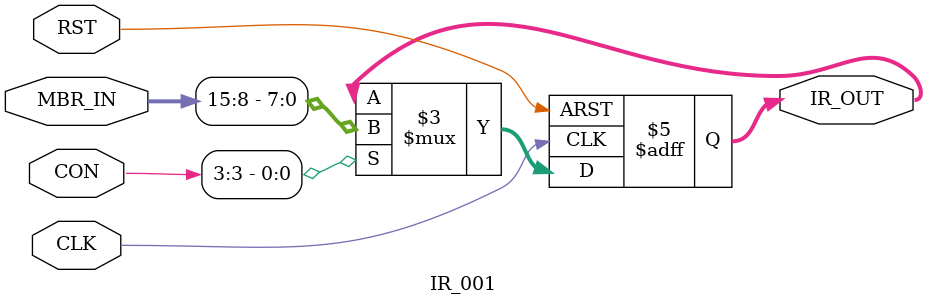
<source format=v>
`timescale 1ns / 1ps
module IR_001(CLK,CON,MBR_IN,IR_OUT,RST);

	input CLK,RST;
	input[15:0] MBR_IN;
	input[31:0] CON;
	output reg [7:0] IR_OUT;
	
	initial
		begin
		IR_OUT <= 0;
	end

	always@(negedge CLK or posedge RST)
		begin
		if(RST)
			begin
			IR_OUT <= 0;
		end
		else
			begin
			if(CON[3])
			IR_OUT <= MBR_IN[15:8];
			else;
		end
	end
endmodule

</source>
